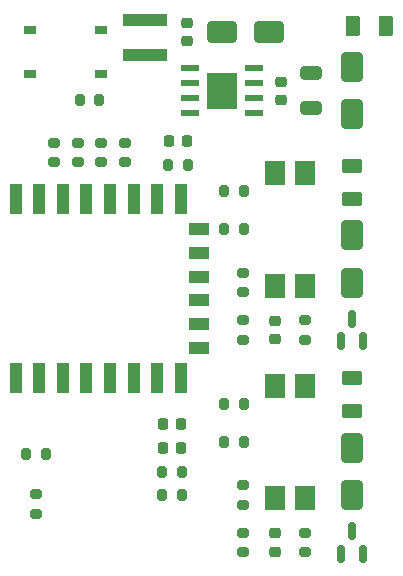
<source format=gbr>
%TF.GenerationSoftware,KiCad,Pcbnew,8.0.4*%
%TF.CreationDate,2024-07-28T20:40:06+02:00*%
%TF.ProjectId,DCWiFiSwitch,44435769-4669-4537-9769-7463682e6b69,rev?*%
%TF.SameCoordinates,Original*%
%TF.FileFunction,Paste,Top*%
%TF.FilePolarity,Positive*%
%FSLAX46Y46*%
G04 Gerber Fmt 4.6, Leading zero omitted, Abs format (unit mm)*
G04 Created by KiCad (PCBNEW 8.0.4) date 2024-07-28 20:40:06*
%MOMM*%
%LPD*%
G01*
G04 APERTURE LIST*
G04 Aperture macros list*
%AMRoundRect*
0 Rectangle with rounded corners*
0 $1 Rounding radius*
0 $2 $3 $4 $5 $6 $7 $8 $9 X,Y pos of 4 corners*
0 Add a 4 corners polygon primitive as box body*
4,1,4,$2,$3,$4,$5,$6,$7,$8,$9,$2,$3,0*
0 Add four circle primitives for the rounded corners*
1,1,$1+$1,$2,$3*
1,1,$1+$1,$4,$5*
1,1,$1+$1,$6,$7*
1,1,$1+$1,$8,$9*
0 Add four rect primitives between the rounded corners*
20,1,$1+$1,$2,$3,$4,$5,0*
20,1,$1+$1,$4,$5,$6,$7,0*
20,1,$1+$1,$6,$7,$8,$9,0*
20,1,$1+$1,$8,$9,$2,$3,0*%
G04 Aperture macros list end*
%ADD10RoundRect,0.200000X-0.200000X-0.275000X0.200000X-0.275000X0.200000X0.275000X-0.200000X0.275000X0*%
%ADD11RoundRect,0.200000X-0.275000X0.200000X-0.275000X-0.200000X0.275000X-0.200000X0.275000X0.200000X0*%
%ADD12RoundRect,0.218750X-0.256250X0.218750X-0.256250X-0.218750X0.256250X-0.218750X0.256250X0.218750X0*%
%ADD13RoundRect,0.200000X0.275000X-0.200000X0.275000X0.200000X-0.275000X0.200000X-0.275000X-0.200000X0*%
%ADD14R,1.550000X0.600000*%
%ADD15R,2.600000X3.100000*%
%ADD16R,3.700000X1.100000*%
%ADD17RoundRect,0.250000X-0.650000X1.000000X-0.650000X-1.000000X0.650000X-1.000000X0.650000X1.000000X0*%
%ADD18R,1.780000X2.000000*%
%ADD19RoundRect,0.250000X-0.625000X0.375000X-0.625000X-0.375000X0.625000X-0.375000X0.625000X0.375000X0*%
%ADD20RoundRect,0.200000X0.200000X0.275000X-0.200000X0.275000X-0.200000X-0.275000X0.200000X-0.275000X0*%
%ADD21R,1.000000X2.500000*%
%ADD22R,1.800000X1.000000*%
%ADD23RoundRect,0.225000X0.250000X-0.225000X0.250000X0.225000X-0.250000X0.225000X-0.250000X-0.225000X0*%
%ADD24RoundRect,0.250000X1.000000X0.650000X-1.000000X0.650000X-1.000000X-0.650000X1.000000X-0.650000X0*%
%ADD25RoundRect,0.250000X0.375000X0.625000X-0.375000X0.625000X-0.375000X-0.625000X0.375000X-0.625000X0*%
%ADD26RoundRect,0.150000X0.150000X-0.587500X0.150000X0.587500X-0.150000X0.587500X-0.150000X-0.587500X0*%
%ADD27R,1.000000X0.750000*%
%ADD28RoundRect,0.225000X-0.250000X0.225000X-0.250000X-0.225000X0.250000X-0.225000X0.250000X0.225000X0*%
%ADD29RoundRect,0.225000X-0.225000X-0.250000X0.225000X-0.250000X0.225000X0.250000X-0.225000X0.250000X0*%
%ADD30RoundRect,0.250000X-0.650000X0.325000X-0.650000X-0.325000X0.650000X-0.325000X0.650000X0.325000X0*%
G04 APERTURE END LIST*
D10*
%TO.C,R20*%
X99675000Y-79000000D03*
X101325000Y-79000000D03*
%TD*%
D11*
%TO.C,R19*%
X100500000Y-82425000D03*
X100500000Y-84075000D03*
%TD*%
D12*
%TO.C,D4*%
X120750000Y-67712500D03*
X120750000Y-69287500D03*
%TD*%
D13*
%TO.C,R17*%
X102000000Y-54325000D03*
X102000000Y-52675000D03*
%TD*%
D14*
%TO.C,U1*%
X113550000Y-46345000D03*
X113550000Y-47615000D03*
X113550000Y-48885000D03*
X113550000Y-50155000D03*
X118950000Y-50155000D03*
X118950000Y-48885000D03*
X118950000Y-47615000D03*
X118950000Y-46345000D03*
D15*
X116250000Y-48250000D03*
%TD*%
D13*
%TO.C,R8*%
X123250000Y-69325000D03*
X123250000Y-67675000D03*
%TD*%
D16*
%TO.C,L1*%
X109750000Y-42250000D03*
X109750000Y-45250000D03*
%TD*%
D12*
%TO.C,D6*%
X120750000Y-85712500D03*
X120750000Y-87287500D03*
%TD*%
D17*
%TO.C,D5*%
X127250000Y-78500000D03*
X127250000Y-82500000D03*
%TD*%
D18*
%TO.C,U3*%
X120730000Y-82765000D03*
X123270000Y-82765000D03*
X123270000Y-73235000D03*
X120730000Y-73235000D03*
%TD*%
D11*
%TO.C,R9*%
X118000000Y-67675000D03*
X118000000Y-69325000D03*
%TD*%
D19*
%TO.C,F3*%
X127250000Y-72600000D03*
X127250000Y-75400000D03*
%TD*%
D20*
%TO.C,R6*%
X118075000Y-60000000D03*
X116425000Y-60000000D03*
%TD*%
D13*
%TO.C,R10*%
X118000000Y-83325000D03*
X118000000Y-81675000D03*
%TD*%
D21*
%TO.C,U4*%
X98750000Y-72600000D03*
X100750000Y-72600000D03*
X102750000Y-72600000D03*
X104750000Y-72600000D03*
X106750000Y-72600000D03*
X108750000Y-72600000D03*
X110750000Y-72600000D03*
X112750000Y-72600000D03*
D22*
X114250000Y-70000000D03*
X114250000Y-68000000D03*
X114250000Y-66000000D03*
X114250000Y-64000000D03*
X114250000Y-62000000D03*
X114250000Y-60000000D03*
D21*
X112750000Y-57400000D03*
X110750000Y-57400000D03*
X108750000Y-57400000D03*
X106750000Y-57400000D03*
X104750000Y-57400000D03*
X102750000Y-57400000D03*
X100750000Y-57400000D03*
X98750000Y-57400000D03*
%TD*%
D23*
%TO.C,C1*%
X113250000Y-44025000D03*
X113250000Y-42475000D03*
%TD*%
D20*
%TO.C,R7*%
X118075000Y-56750000D03*
X116425000Y-56750000D03*
%TD*%
D24*
%TO.C,D2*%
X120250000Y-43250000D03*
X116250000Y-43250000D03*
%TD*%
D25*
%TO.C,F1*%
X130150000Y-42750000D03*
X127350000Y-42750000D03*
%TD*%
D10*
%TO.C,R1*%
X104175000Y-49000000D03*
X105825000Y-49000000D03*
%TD*%
D11*
%TO.C,R14*%
X118000000Y-85675000D03*
X118000000Y-87325000D03*
%TD*%
D10*
%TO.C,R16*%
X111175000Y-82500000D03*
X112825000Y-82500000D03*
%TD*%
D18*
%TO.C,U2*%
X120730000Y-64765000D03*
X123270000Y-64765000D03*
X123270000Y-55235000D03*
X120730000Y-55235000D03*
%TD*%
D10*
%TO.C,R15*%
X111175000Y-80500000D03*
X112825000Y-80500000D03*
%TD*%
D13*
%TO.C,R3*%
X106000000Y-54325000D03*
X106000000Y-52675000D03*
%TD*%
%TO.C,R5*%
X118000000Y-65325000D03*
X118000000Y-63675000D03*
%TD*%
D26*
%TO.C,Q2*%
X126300000Y-87437500D03*
X128200000Y-87437500D03*
X127250000Y-85562500D03*
%TD*%
D13*
%TO.C,R2*%
X108000000Y-54325000D03*
X108000000Y-52675000D03*
%TD*%
D27*
%TO.C,SW1*%
X106000000Y-46875000D03*
X100000000Y-46875000D03*
X106000000Y-43125000D03*
X100000000Y-43125000D03*
%TD*%
D28*
%TO.C,C3*%
X121250000Y-47475000D03*
X121250000Y-49025000D03*
%TD*%
D29*
%TO.C,C4*%
X111725000Y-52500000D03*
X113275000Y-52500000D03*
%TD*%
D13*
%TO.C,R13*%
X123250000Y-87325000D03*
X123250000Y-85675000D03*
%TD*%
D17*
%TO.C,D3*%
X127250000Y-60500000D03*
X127250000Y-64500000D03*
%TD*%
D26*
%TO.C,Q1*%
X126300000Y-69437500D03*
X128200000Y-69437500D03*
X127250000Y-67562500D03*
%TD*%
D17*
%TO.C,D1*%
X127250000Y-46250000D03*
X127250000Y-50250000D03*
%TD*%
D29*
%TO.C,C6*%
X111225000Y-78500000D03*
X112775000Y-78500000D03*
%TD*%
D30*
%TO.C,C2*%
X123750000Y-46775000D03*
X123750000Y-49725000D03*
%TD*%
D20*
%TO.C,R12*%
X118075000Y-78000000D03*
X116425000Y-78000000D03*
%TD*%
D19*
%TO.C,F2*%
X127250000Y-54600000D03*
X127250000Y-57400000D03*
%TD*%
D20*
%TO.C,R18*%
X113325000Y-54500000D03*
X111675000Y-54500000D03*
%TD*%
%TO.C,R11*%
X118075000Y-74750000D03*
X116425000Y-74750000D03*
%TD*%
D11*
%TO.C,R4*%
X104000000Y-52675000D03*
X104000000Y-54325000D03*
%TD*%
D29*
%TO.C,C5*%
X111225000Y-76500000D03*
X112775000Y-76500000D03*
%TD*%
M02*

</source>
